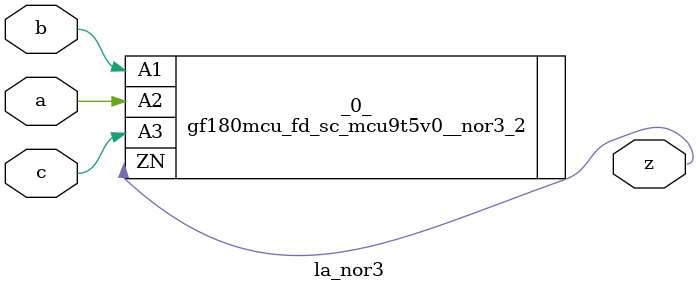
<source format=v>
/* Generated by Yosys 0.37 (git sha1 a5c7f69ed, clang 14.0.0-1ubuntu1.1 -fPIC -Os) */

module la_nor3(a, b, c, z);
  input a;
  wire a;
  input b;
  wire b;
  input c;
  wire c;
  output z;
  wire z;
  gf180mcu_fd_sc_mcu9t5v0__nor3_2 _0_ (
    .A1(b),
    .A2(a),
    .A3(c),
    .ZN(z)
  );
endmodule

</source>
